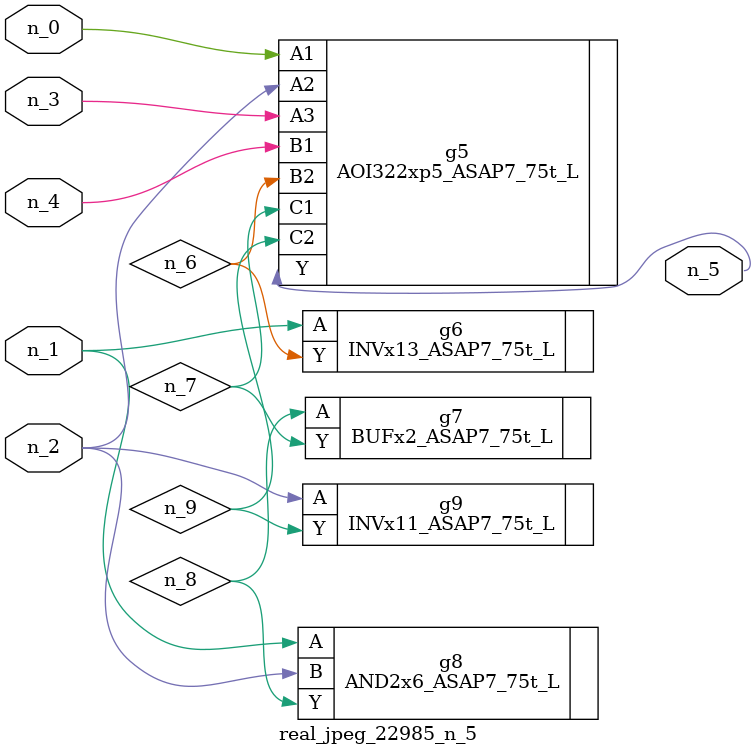
<source format=v>
module real_jpeg_22985_n_5 (n_4, n_0, n_1, n_2, n_3, n_5);

input n_4;
input n_0;
input n_1;
input n_2;
input n_3;

output n_5;

wire n_8;
wire n_6;
wire n_7;
wire n_9;

AOI322xp5_ASAP7_75t_L g5 ( 
.A1(n_0),
.A2(n_2),
.A3(n_3),
.B1(n_4),
.B2(n_6),
.C1(n_7),
.C2(n_9),
.Y(n_5)
);

INVx13_ASAP7_75t_L g6 ( 
.A(n_1),
.Y(n_6)
);

AND2x6_ASAP7_75t_L g8 ( 
.A(n_1),
.B(n_2),
.Y(n_8)
);

INVx11_ASAP7_75t_L g9 ( 
.A(n_2),
.Y(n_9)
);

BUFx2_ASAP7_75t_L g7 ( 
.A(n_8),
.Y(n_7)
);


endmodule
</source>
